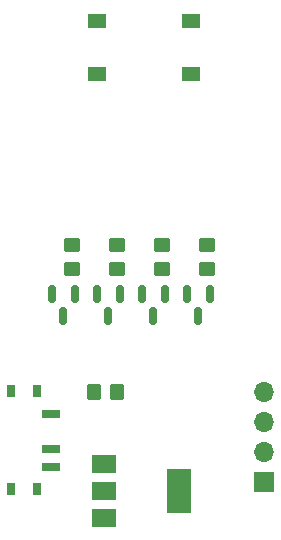
<source format=gts>
G04 #@! TF.GenerationSoftware,KiCad,Pcbnew,(6.0.5)*
G04 #@! TF.CreationDate,2022-05-21T23:03:55+02:00*
G04 #@! TF.ProjectId,HighBong_V2,48696768-426f-46e6-975f-56322e6b6963,rev?*
G04 #@! TF.SameCoordinates,Original*
G04 #@! TF.FileFunction,Soldermask,Top*
G04 #@! TF.FilePolarity,Negative*
%FSLAX46Y46*%
G04 Gerber Fmt 4.6, Leading zero omitted, Abs format (unit mm)*
G04 Created by KiCad (PCBNEW (6.0.5)) date 2022-05-21 23:03:55*
%MOMM*%
%LPD*%
G01*
G04 APERTURE LIST*
G04 Aperture macros list*
%AMRoundRect*
0 Rectangle with rounded corners*
0 $1 Rounding radius*
0 $2 $3 $4 $5 $6 $7 $8 $9 X,Y pos of 4 corners*
0 Add a 4 corners polygon primitive as box body*
4,1,4,$2,$3,$4,$5,$6,$7,$8,$9,$2,$3,0*
0 Add four circle primitives for the rounded corners*
1,1,$1+$1,$2,$3*
1,1,$1+$1,$4,$5*
1,1,$1+$1,$6,$7*
1,1,$1+$1,$8,$9*
0 Add four rect primitives between the rounded corners*
20,1,$1+$1,$2,$3,$4,$5,0*
20,1,$1+$1,$4,$5,$6,$7,0*
20,1,$1+$1,$6,$7,$8,$9,0*
20,1,$1+$1,$8,$9,$2,$3,0*%
G04 Aperture macros list end*
%ADD10RoundRect,0.250000X-0.350000X-0.450000X0.350000X-0.450000X0.350000X0.450000X-0.350000X0.450000X0*%
%ADD11R,1.700000X1.700000*%
%ADD12O,1.700000X1.700000*%
%ADD13RoundRect,0.150000X-0.150000X0.587500X-0.150000X-0.587500X0.150000X-0.587500X0.150000X0.587500X0*%
%ADD14RoundRect,0.250000X-0.450000X0.350000X-0.450000X-0.350000X0.450000X-0.350000X0.450000X0.350000X0*%
%ADD15R,1.550000X1.300000*%
%ADD16R,1.498600X0.698500*%
%ADD17R,0.797560X0.998220*%
%ADD18R,2.000000X1.500000*%
%ADD19R,2.000000X3.800000*%
G04 APERTURE END LIST*
D10*
X107712000Y-139192000D03*
X109712000Y-139192000D03*
D11*
X122174000Y-146802000D03*
D12*
X122174000Y-144262000D03*
X122174000Y-141722000D03*
X122174000Y-139182000D03*
D13*
X109916000Y-130888500D03*
X108016000Y-130888500D03*
X108966000Y-132763500D03*
D14*
X113538000Y-126762000D03*
X113538000Y-128762000D03*
D15*
X108025000Y-112250000D03*
X115975000Y-112250000D03*
X115975000Y-107750000D03*
X108025000Y-107750000D03*
D14*
X109728000Y-126746000D03*
X109728000Y-128746000D03*
D16*
X104101900Y-141008100D03*
X104101900Y-144005300D03*
X104101900Y-145503900D03*
D17*
X100754180Y-139108180D03*
X100754180Y-147403820D03*
X102953820Y-139108180D03*
X102953820Y-147403820D03*
D14*
X105918000Y-126762000D03*
X105918000Y-128762000D03*
D18*
X108610000Y-145274000D03*
X108610000Y-147574000D03*
D19*
X114910000Y-147574000D03*
D18*
X108610000Y-149874000D03*
D13*
X106106000Y-130888500D03*
X104206000Y-130888500D03*
X105156000Y-132763500D03*
X113726000Y-130888500D03*
X111826000Y-130888500D03*
X112776000Y-132763500D03*
X117536000Y-130888500D03*
X115636000Y-130888500D03*
X116586000Y-132763500D03*
D14*
X117348000Y-126762000D03*
X117348000Y-128762000D03*
M02*

</source>
